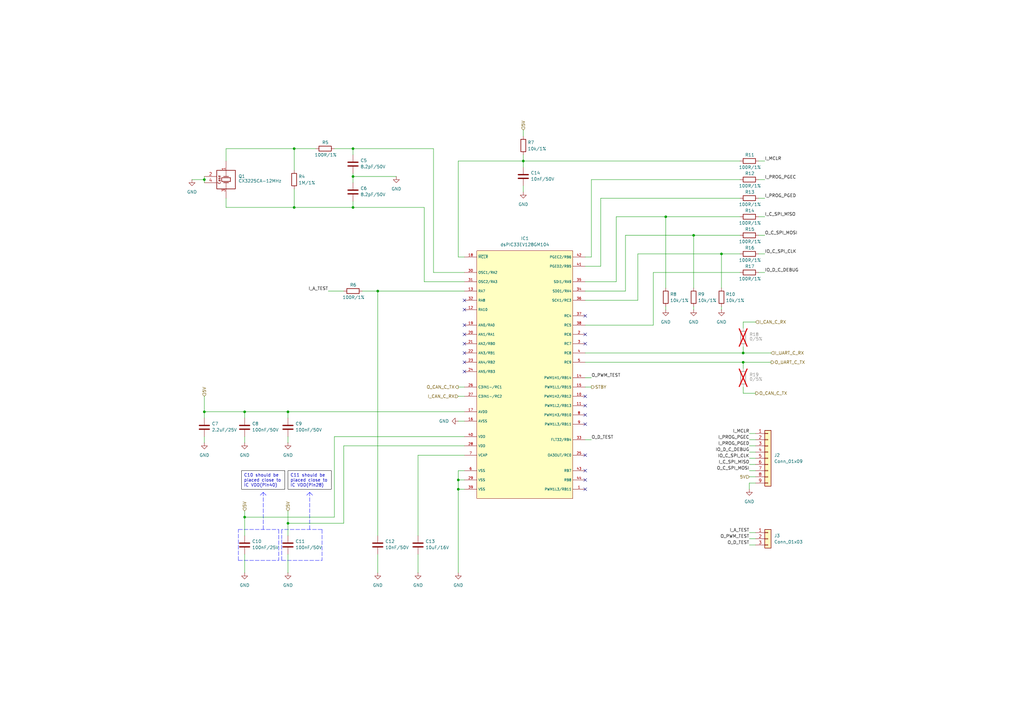
<source format=kicad_sch>
(kicad_sch (version 20231120) (generator "eeschema") (generator_version "8.0")
  (paper "A3")
  (title_block (title "${project_name}") (date "2024-11-20") (rev "v1") (company "${uni_name}") (comment 1 "${course_date}") (comment 2 "${folder_name}"))
  (lib_symbols
    (symbol "Connector_Generic:Conn_01x03" (pin_names (offset 1.016) hide)
      (property "Reference" "J" (at 0 5.08 0))
      (property "Value" "Conn_01x03" (at 0 -5.08 0))
      (symbol "Conn_01x03_1_1"
        (rectangle (start -1.27 -2.413) (end 0 -2.667) (stroke (width 0.1524)))
        (rectangle (start -1.27 0.127) (end 0 -0.127) (stroke (width 0.1524)))
        (rectangle (start -1.27 2.667) (end 0 2.413) (stroke (width 0.1524)))
        (rectangle (start -1.27 3.81) (end 1.27 -3.81) (stroke (width 0.254)) (fill (type background)))
        (pin passive line (at -5.08 2.54 0) (length 3.81) (name "Pin_1") (number "1"))
        (pin passive line (at -5.08 0 0) (length 3.81) (name "Pin_2") (number "2"))
        (pin passive line (at -5.08 -2.54 0) (length 3.81) (name "Pin_3") (number "3"))
      )
    )
    (symbol "Connector_Generic:Conn_01x09" (pin_names (offset 1.016) hide)
      (property "Reference" "J" (at 0 12.7 0))
      (property "Value" "Conn_01x09" (at 0 -12.7 0))
      (symbol "Conn_01x09_1_1"
        (rectangle (start -1.27 -10.033) (end 0 -10.287) (stroke (width 0.1524)))
        (rectangle (start -1.27 -7.493) (end 0 -7.747) (stroke (width 0.1524)))
        (rectangle (start -1.27 -4.953) (end 0 -5.207) (stroke (width 0.1524)))
        (rectangle (start -1.27 -2.413) (end 0 -2.667) (stroke (width 0.1524)))
        (rectangle (start -1.27 0.127) (end 0 -0.127) (stroke (width 0.1524)))
        (rectangle (start -1.27 2.667) (end 0 2.413) (stroke (width 0.1524)))
        (rectangle (start -1.27 5.207) (end 0 4.953) (stroke (width 0.1524)))
        (rectangle (start -1.27 7.747) (end 0 7.493) (stroke (width 0.1524)))
        (rectangle (start -1.27 10.287) (end 0 10.033) (stroke (width 0.1524)))
        (rectangle (start -1.27 11.43) (end 1.27 -11.43) (stroke (width 0.254)) (fill (type background)))
        (pin passive line (at -5.08 10.16 0) (length 3.81) (name "Pin_1") (number "1"))
        (pin passive line (at -5.08 7.62 0) (length 3.81) (name "Pin_2") (number "2"))
        (pin passive line (at -5.08 5.08 0) (length 3.81) (name "Pin_3") (number "3"))
        (pin passive line (at -5.08 2.54 0) (length 3.81) (name "Pin_4") (number "4"))
        (pin passive line (at -5.08 0 0) (length 3.81) (name "Pin_5") (number "5"))
        (pin passive line (at -5.08 -2.54 0) (length 3.81) (name "Pin_6") (number "6"))
        (pin passive line (at -5.08 -5.08 0) (length 3.81) (name "Pin_7") (number "7"))
        (pin passive line (at -5.08 -7.62 0) (length 3.81) (name "Pin_8") (number "8"))
        (pin passive line (at -5.08 -10.16 0) (length 3.81) (name "Pin_9") (number "9"))
      )
    )
    (symbol "Device:C" (pin_numbers hide) (pin_names (offset 0.254))
      (property "Reference" "C" (at 0.635 2.54 0))
      (property "Value" "C" (at 0.635 -2.54 0))
      (symbol "C_0_1"
        (polyline (pts (xy -2.032 -0.762) (xy 2.032 -0.762)) (stroke (width 0.508)))
        (polyline (pts (xy -2.032 0.762) (xy 2.032 0.762)) (stroke (width 0.508)))
      )
      (symbol "C_1_1"
        (pin passive line (at 0 3.81 270) (length 2.794) (name "~") (number "1"))
        (pin passive line (at 0 -3.81 90) (length 2.794) (name "~") (number "2"))
      )
    )
    (symbol "Device:R" (pin_numbers hide) (pin_names (offset 0))
      (property "Reference" "R" (at 2.032 0 90))
      (property "Value" "R" (at 0 0 90))
      (symbol "R_0_1"
        (rectangle (start -1.016 -2.54) (end 1.016 2.54) (stroke (width 0.254)))
      )
      (symbol "R_1_1"
        (pin passive line (at 0 3.81 270) (length 1.27) (name "~") (number "1"))
        (pin passive line (at 0 -3.81 90) (length 1.27) (name "~") (number "2"))
      )
    )
    (symbol "ECU_SW_Control_lib:CX3225CA"
      (property "Reference" "Q" (at 4.826 1.778 0))
      (symbol "CX3225CA_1_0"
        (polyline (pts (xy 1.016 -1.27) (xy -1.016 -1.27)) (stroke (width 0.254)))
        (polyline (pts (xy 1.016 1.27) (xy -1.016 1.27)) (stroke (width 0.254)))
        (polyline (pts (xy 1.778 0.762) (xy 1.778 -0.762)) (stroke (width 0.254)))
        (polyline (pts (xy 1.778 -0.762) (xy -1.778 -0.762) (xy -1.778 0.762) (xy 1.778 0.762)) (stroke (width 0.254)))
        (polyline (pts (xy 3.81 3.81) (xy -3.81 3.81) (xy -3.81 -3.81) (xy 3.81 -3.81) (xy 3.81 3.81)) (stroke (width 0.254)))
        (text "Case" (at -2.794 0 900) (effects (font (size 1.016 1.016))))
        (pin passive line (at 0 7.62 270) (length 6.35) (name "OSC1") (number "1"))
        (pin passive line (at -8.89 1.27 0) (length 5.08) (name "GND") (number "2"))
        (pin passive line (at 0 -7.62 90) (length 6.35) (name "OSC2") (number "3"))
        (pin passive line (at -8.89 -1.27 0) (length 5.08) (name "GND") (number "4"))
      )
    )
    (symbol "ECU_SW_Control_lib:dsPIC33EV128GM104"
      (property "Reference" "IC" (at -19.05 53.34 0))
      (property "Value" "dsPIC33EV128GM104" (at -10.668 -51.308 0))
      (symbol "dsPIC33EV128GM104_1_1"
        (rectangle (start -20.32 52.07) (end 19.05 -49.53) (fill (type background)))
        (pin passive line (at 24.13 -45.72 180) (length 5.08) (name "PWM1L3/RB11") (number "1"))
        (pin passive line (at 24.13 -7.62 180) (length 5.08) (name "PWM1H2/RB12") (number "10"))
        (pin passive line (at 24.13 -11.43 180) (length 5.08) (name "PWM1L2/RB13") (number "11"))
        (pin passive line (at -25.4 27.94 0) (length 5.08) (name "RA10") (number "12"))
        (pin passive line (at -25.4 35.56 0) (length 5.08) (name "RA7") (number "13"))
        (pin passive line (at 24.13 0 180) (length 5.08) (name "PWM1H1/RB14") (number "14"))
        (pin passive line (at 24.13 -3.81 180) (length 5.08) (name "PWM1L1/RB15") (number "15"))
        (pin passive line (at -25.4 -17.78 0) (length 5.08) (name "AVSS") (number "16"))
        (pin passive line (at -25.4 -13.97 0) (length 5.08) (name "AVDD") (number "17"))
        (pin passive line (at -25.4 49.53 0) (length 5.08) (name "~{MCLR}") (number "18"))
        (pin passive line (at -25.4 21.59 0) (length 5.08) (name "AN0/RA0") (number "19"))
        (pin passive line (at 24.13 17.78 180) (length 5.08) (name "RC6") (number "2"))
        (pin passive line (at -25.4 17.78 0) (length 5.08) (name "AN1/RA1") (number "20"))
        (pin passive line (at -25.4 13.97 0) (length 5.08) (name "AN2/RB0") (number "21"))
        (pin passive line (at -25.4 10.16 0) (length 5.08) (name "AN3/RB1") (number "22"))
        (pin passive line (at -25.4 6.35 0) (length 5.08) (name "AN4/RB2") (number "23"))
        (pin passive line (at -25.4 2.54 0) (length 5.08) (name "AN5/RB3") (number "24"))
        (pin passive line (at 24.13 -31.75 180) (length 5.08) (name "OA3OUT/RC0") (number "25"))
        (pin passive line (at -25.4 -3.81 0) (length 5.08) (name "C3IN1-/RC1") (number "26"))
        (pin passive line (at -25.4 -7.62 0) (length 5.08) (name "C3IN1-/RC2") (number "27"))
        (pin passive line (at -25.4 -27.94 0) (length 5.08) (name "VDD") (number "28"))
        (pin passive line (at -25.4 -41.91 0) (length 5.08) (name "VSS") (number "29"))
        (pin passive line (at 24.13 13.97 180) (length 5.08) (name "RC7") (number "3"))
        (pin passive line (at -25.4 43.18 0) (length 5.08) (name "OSC1/RA2") (number "30"))
        (pin passive line (at -25.4 39.37 0) (length 5.08) (name "OSC2/RA3") (number "31"))
        (pin passive line (at -25.4 31.75 0) (length 5.08) (name "RA8") (number "32"))
        (pin passive line (at 24.13 -25.4 180) (length 5.08) (name "FLT32/RB4") (number "33"))
        (pin passive line (at 24.13 35.56 180) (length 5.08) (name "SD01/RA4") (number "34"))
        (pin passive line (at 24.13 39.37 180) (length 5.08) (name "SDI1/RA9") (number "35"))
        (pin passive line (at 24.13 31.75 180) (length 5.08) (name "SCK1/RC3") (number "36"))
        (pin passive line (at 24.13 25.4 180) (length 5.08) (name "RC4") (number "37"))
        (pin passive line (at 24.13 21.59 180) (length 5.08) (name "RC5") (number "38"))
        (pin passive line (at -25.4 -45.72 0) (length 5.08) (name "VSS") (number "39"))
        (pin passive line (at 24.13 10.16 180) (length 5.08) (name "RC8") (number "4"))
        (pin passive line (at -25.4 -24.13 0) (length 5.08) (name "VDD") (number "40"))
        (pin passive line (at 24.13 45.72 180) (length 5.08) (name "PGED2/RB5") (number "41"))
        (pin passive line (at 24.13 49.53 180) (length 5.08) (name "PGEC2/RB6") (number "42"))
        (pin passive line (at 24.13 -38.1 180) (length 5.08) (name "RB7") (number "43"))
        (pin passive line (at 24.13 -41.91 180) (length 5.08) (name "RB8") (number "44"))
        (pin passive line (at 24.13 6.35 180) (length 5.08) (name "RC9") (number "5"))
        (pin passive line (at -25.4 -38.1 0) (length 5.08) (name "VSS") (number "6"))
        (pin passive line (at -25.4 -31.75 0) (length 5.08) (name "VCAP") (number "7"))
        (pin passive line (at 24.13 -15.24 180) (length 5.08) (name "PWM1H3/RB10") (number "8"))
        (pin passive line (at 24.13 -19.05 180) (length 5.08) (name "PWM1L3/RB11") (number "9"))
      )
    )
    (symbol "power:GND" (power) (pin_numbers hide) (pin_names (offset 0) hide)
      (property "Value" "GND" (at 0 -3.81 0))
      (symbol "GND_0_1"
        (polyline (pts (xy 0 0) (xy 0 -1.27) (xy 1.27 -1.27) (xy 0 -2.54) (xy -1.27 -1.27) (xy 0 -1.27)))
      )
      (symbol "GND_1_1"
        (pin power_in line (at 0 0 270) (length 0) (name "~") (number "1"))
      )
    )
  )
  (junction (at 83.82 73.66))
  (junction (at 154.94 119.38))
  (junction (at 295.91 104.14))
  (junction (at 144.78 85.09))
  (junction (at 100.33 168.91))
  (junction (at 187.96 200.66))
  (junction (at 284.48 96.52))
  (junction (at 273.05 88.9))
  (junction (at 144.78 60.96))
  (junction (at 118.11 214.63))
  (junction (at 118.11 168.91))
  (junction (at 304.8 148.59))
  (junction (at 120.65 85.09))
  (junction (at 120.65 60.96))
  (junction (at 187.96 196.85))
  (junction (at 214.63 66.04))
  (junction (at 304.8 144.78))
  (junction (at 144.78 72.39))
  (junction (at 100.33 212.09))
  (junction (at 83.82 168.91))
  (no_connect (at 240.03 140.97))
  (no_connect (at 240.03 137.16))
  (no_connect (at 190.5 123.19))
  (no_connect (at 240.03 186.69))
  (no_connect (at 240.03 162.56))
  (no_connect (at 190.5 140.97))
  (no_connect (at 190.5 133.35))
  (no_connect (at 190.5 144.78))
  (no_connect (at 240.03 196.85))
  (no_connect (at 190.5 127))
  (no_connect (at 240.03 166.37))
  (no_connect (at 190.5 152.4))
  (no_connect (at 190.5 137.16))
  (no_connect (at 240.03 173.99))
  (no_connect (at 240.03 200.66))
  (no_connect (at 240.03 193.04))
  (no_connect (at 240.03 170.18))
  (no_connect (at 240.03 129.54))
  (no_connect (at 190.5 148.59))
  (wire (pts (xy 83.82 168.91) (xy 100.33 168.91)))
  (wire (pts (xy 267.97 111.76) (xy 267.97 133.35)))
  (wire (pts (xy 154.94 119.38) (xy 190.5 119.38)))
  (polyline (pts (xy 97.79 217.17) (xy 114.3 217.17)) (stroke (width 0) (type dash) (color 0 0 255 1)))
  (wire (pts (xy 118.11 168.91) (xy 190.5 168.91)))
  (wire (pts (xy 246.38 109.22) (xy 246.38 81.28)))
  (wire (pts (xy 240.03 109.22) (xy 246.38 109.22)))
  (wire (pts (xy 307.34 218.44) (xy 309.88 218.44)))
  (wire (pts (xy 304.8 148.59) (xy 304.8 151.13)))
  (wire (pts (xy 118.11 214.63) (xy 118.11 219.71)))
  (wire (pts (xy 100.33 212.09) (xy 100.33 219.71)))
  (polyline (pts (xy 97.79 229.87) (xy 97.79 217.17)) (stroke (width 0) (type dash) (color 0 0 255 1)))
  (wire (pts (xy 311.15 104.14) (xy 313.69 104.14)))
  (wire (pts (xy 144.78 85.09) (xy 173.99 85.09)))
  (wire (pts (xy 187.96 172.72) (xy 190.5 172.72)))
  (polyline (pts (xy 107.95 201.93) (xy 106.68 203.2)) (stroke (width 0) (type dash) (color 0 0 255 1)))
  (wire (pts (xy 307.34 177.8) (xy 309.88 177.8)))
  (wire (pts (xy 144.78 72.39) (xy 162.56 72.39)))
  (wire (pts (xy 140.97 182.88) (xy 190.5 182.88)))
  (wire (pts (xy 273.05 88.9) (xy 303.53 88.9)))
  (wire (pts (xy 242.57 105.41) (xy 242.57 73.66)))
  (wire (pts (xy 240.03 148.59) (xy 304.8 148.59)))
  (wire (pts (xy 190.5 111.76) (xy 177.8 111.76)))
  (wire (pts (xy 240.03 154.94) (xy 242.57 154.94)))
  (wire (pts (xy 100.33 227.33) (xy 100.33 234.95)))
  (wire (pts (xy 187.96 200.66) (xy 190.5 200.66)))
  (wire (pts (xy 187.96 66.04) (xy 187.96 105.41)))
  (wire (pts (xy 187.96 158.75) (xy 190.5 158.75)))
  (polyline (pts (xy 127 217.17) (xy 127 201.93)) (stroke (width 0) (type dash) (color 0 0 255 1)))
  (wire (pts (xy 190.5 105.41) (xy 187.96 105.41)))
  (wire (pts (xy 154.94 227.33) (xy 154.94 234.95)))
  (wire (pts (xy 137.16 60.96) (xy 144.78 60.96)))
  (wire (pts (xy 240.03 158.75) (xy 242.57 158.75)))
  (wire (pts (xy 240.03 180.34) (xy 242.57 180.34)))
  (wire (pts (xy 92.71 60.96) (xy 120.65 60.96)))
  (wire (pts (xy 246.38 81.28) (xy 303.53 81.28)))
  (wire (pts (xy 304.8 132.08) (xy 309.88 132.08)))
  (wire (pts (xy 304.8 161.29) (xy 309.88 161.29)))
  (wire (pts (xy 311.15 88.9) (xy 313.69 88.9)))
  (wire (pts (xy 140.97 214.63) (xy 140.97 182.88)))
  (polyline (pts (xy 107.95 217.17) (xy 107.95 201.93)) (stroke (width 0) (type dash) (color 0 0 255 1)))
  (wire (pts (xy 240.03 133.35) (xy 267.97 133.35)))
  (polyline (pts (xy 115.57 229.87) (xy 115.57 220.98)) (stroke (width 0) (type dash) (color 0 0 255 1)))
  (wire (pts (xy 214.63 53.34) (xy 214.63 55.88)))
  (wire (pts (xy 307.34 223.52) (xy 309.88 223.52)))
  (wire (pts (xy 134.62 119.38) (xy 140.97 119.38)))
  (wire (pts (xy 240.03 119.38) (xy 256.54 119.38)))
  (wire (pts (xy 309.88 190.5) (xy 307.34 190.5)))
  (wire (pts (xy 307.34 187.96) (xy 309.88 187.96)))
  (wire (pts (xy 295.91 118.11) (xy 295.91 104.14)))
  (wire (pts (xy 309.88 195.58) (xy 307.34 195.58)))
  (wire (pts (xy 307.34 198.12) (xy 307.34 200.66)))
  (wire (pts (xy 284.48 96.52) (xy 303.53 96.52)))
  (wire (pts (xy 261.62 104.14) (xy 295.91 104.14)))
  (wire (pts (xy 83.82 162.56) (xy 83.82 168.91)))
  (wire (pts (xy 311.15 66.04) (xy 313.69 66.04)))
  (wire (pts (xy 92.71 60.96) (xy 92.71 66.04)))
  (wire (pts (xy 273.05 118.11) (xy 273.05 88.9)))
  (wire (pts (xy 273.05 125.73) (xy 273.05 127)))
  (wire (pts (xy 144.78 60.96) (xy 177.8 60.96)))
  (wire (pts (xy 267.97 111.76) (xy 303.53 111.76)))
  (wire (pts (xy 311.15 73.66) (xy 313.69 73.66)))
  (wire (pts (xy 171.45 219.71) (xy 171.45 186.69)))
  (wire (pts (xy 100.33 212.09) (xy 137.16 212.09)))
  (wire (pts (xy 144.78 60.96) (xy 144.78 63.5)))
  (polyline (pts (xy 127 201.93) (xy 128.27 203.2)) (stroke (width 0) (type dash) (color 0 0 255 1)))
  (wire (pts (xy 173.99 115.57) (xy 190.5 115.57)))
  (wire (pts (xy 240.03 123.19) (xy 261.62 123.19)))
  (polyline (pts (xy 132.08 217.17) (xy 132.08 229.87)) (stroke (width 0) (type dash) (color 0 0 255 1)))
  (wire (pts (xy 304.8 142.24) (xy 304.8 144.78)))
  (polyline (pts (xy 127 201.93) (xy 125.73 203.2)) (stroke (width 0) (type dash) (color 0 0 255 1)))
  (wire (pts (xy 240.03 144.78) (xy 304.8 144.78)))
  (wire (pts (xy 256.54 96.52) (xy 284.48 96.52)))
  (wire (pts (xy 295.91 125.73) (xy 295.91 127)))
  (wire (pts (xy 118.11 214.63) (xy 140.97 214.63)))
  (wire (pts (xy 240.03 115.57) (xy 252.73 115.57)))
  (wire (pts (xy 187.96 196.85) (xy 190.5 196.85)))
  (wire (pts (xy 154.94 219.71) (xy 154.94 119.38)))
  (wire (pts (xy 83.82 171.45) (xy 83.82 168.91)))
  (wire (pts (xy 120.65 60.96) (xy 129.54 60.96)))
  (wire (pts (xy 120.65 85.09) (xy 144.78 85.09)))
  (wire (pts (xy 252.73 88.9) (xy 273.05 88.9)))
  (wire (pts (xy 311.15 81.28) (xy 313.69 81.28)))
  (wire (pts (xy 100.33 179.07) (xy 100.33 181.61)))
  (wire (pts (xy 92.71 85.09) (xy 120.65 85.09)))
  (wire (pts (xy 120.65 77.47) (xy 120.65 85.09)))
  (wire (pts (xy 309.88 193.04) (xy 307.34 193.04)))
  (wire (pts (xy 187.96 196.85) (xy 187.96 193.04)))
  (wire (pts (xy 261.62 104.14) (xy 261.62 123.19)))
  (wire (pts (xy 187.96 200.66) (xy 187.96 234.95)))
  (wire (pts (xy 307.34 180.34) (xy 309.88 180.34)))
  (wire (pts (xy 309.88 220.98) (xy 307.34 220.98)))
  (wire (pts (xy 148.59 119.38) (xy 154.94 119.38)))
  (wire (pts (xy 92.71 81.28) (xy 92.71 85.09)))
  (wire (pts (xy 214.63 63.5) (xy 214.63 66.04)))
  (wire (pts (xy 304.8 144.78) (xy 316.23 144.78)))
  (wire (pts (xy 304.8 148.59) (xy 316.23 148.59)))
  (wire (pts (xy 214.63 66.04) (xy 214.63 68.58)))
  (wire (pts (xy 118.11 227.33) (xy 118.11 234.95)))
  (wire (pts (xy 144.78 71.12) (xy 144.78 72.39)))
  (wire (pts (xy 304.8 158.75) (xy 304.8 161.29)))
  (wire (pts (xy 284.48 125.73) (xy 284.48 127)))
  (wire (pts (xy 187.96 200.66) (xy 187.96 196.85)))
  (wire (pts (xy 304.8 134.62) (xy 304.8 132.08)))
  (wire (pts (xy 252.73 88.9) (xy 252.73 115.57)))
  (wire (pts (xy 284.48 118.11) (xy 284.48 96.52)))
  (wire (pts (xy 295.91 104.14) (xy 303.53 104.14)))
  (wire (pts (xy 118.11 181.61) (xy 118.11 179.07)))
  (wire (pts (xy 311.15 96.52) (xy 313.69 96.52)))
  (wire (pts (xy 177.8 111.76) (xy 177.8 60.96)))
  (wire (pts (xy 214.63 76.2) (xy 214.63 78.74)))
  (wire (pts (xy 83.82 179.07) (xy 83.82 181.61)))
  (wire (pts (xy 311.15 111.76) (xy 313.69 111.76)))
  (wire (pts (xy 214.63 66.04) (xy 187.96 66.04)))
  (wire (pts (xy 187.96 193.04) (xy 190.5 193.04)))
  (wire (pts (xy 100.33 168.91) (xy 118.11 168.91)))
  (wire (pts (xy 242.57 73.66) (xy 303.53 73.66)))
  (wire (pts (xy 118.11 168.91) (xy 118.11 171.45)))
  (wire (pts (xy 214.63 66.04) (xy 303.53 66.04)))
  (wire (pts (xy 100.33 209.55) (xy 100.33 212.09)))
  (wire (pts (xy 187.96 162.56) (xy 190.5 162.56)))
  (wire (pts (xy 83.82 72.39) (xy 83.82 73.66)))
  (wire (pts (xy 100.33 168.91) (xy 100.33 171.45)))
  (wire (pts (xy 118.11 209.55) (xy 118.11 214.63)))
  (polyline (pts (xy 132.08 217.17) (xy 115.57 217.17)) (stroke (width 0) (type dash) (color 0 0 255 1)))
  (polyline (pts (xy 115.57 229.87) (xy 132.08 229.87)) (stroke (width 0) (type dash) (color 0 0 255 1)))
  (wire (pts (xy 144.78 72.39) (xy 144.78 74.93)))
  (polyline (pts (xy 114.3 217.17) (xy 114.3 229.87)) (stroke (width 0) (type dash) (color 0 0 255 1)))
  (polyline (pts (xy 107.95 201.93) (xy 109.22 203.2)) (stroke (width 0) (type dash) (color 0 0 255 1)))
  (wire (pts (xy 120.65 60.96) (xy 120.65 69.85)))
  (wire (pts (xy 240.03 105.41) (xy 242.57 105.41)))
  (wire (pts (xy 309.88 185.42) (xy 307.34 185.42)))
  (wire (pts (xy 137.16 179.07) (xy 190.5 179.07)))
  (polyline (pts (xy 97.79 229.87) (xy 114.3 229.87)) (stroke (width 0) (type dash) (color 0 0 255 1)))
  (wire (pts (xy 78.74 73.66) (xy 83.82 73.66)))
  (wire (pts (xy 307.34 198.12) (xy 309.88 198.12)))
  (wire (pts (xy 307.34 182.88) (xy 309.88 182.88)))
  (wire (pts (xy 144.78 82.55) (xy 144.78 85.09)))
  (wire (pts (xy 83.82 73.66) (xy 83.82 74.93)))
  (wire (pts (xy 137.16 179.07) (xy 137.16 212.09)))
  (polyline (pts (xy 115.57 217.17) (xy 115.57 220.98)) (stroke (width 0) (type dash) (color 0 0 255 1)))
  (wire (pts (xy 171.45 227.33) (xy 171.45 234.95)))
  (wire (pts (xy 256.54 96.52) (xy 256.54 119.38)))
  (wire (pts (xy 173.99 85.09) (xy 173.99 115.57)))
  (wire (pts (xy 171.45 186.69) (xy 190.5 186.69)))
  (text_box "C11 should be placed close to IC VDD(Pin28)" (at 118.11 193.04 0) (size 17.78 7.62) (stroke (width 0) (color 0 0 0 1)) (fill (type color) (color 255 255 255 1)) (effects (font (size 1.27 1.27)) (justify left)))
  (text_box "C10 should be placed close to IC VDD(Pin40)" (at 99.06 193.04 0) (size 17.78 7.62) (stroke (width 0) (color 0 0 0 1)) (fill (type color) (color 255 255 255 1)) (effects (font (size 1.27 1.27)) (justify left)))
  (label "I_PROG_PGEC" (at 307.34 180.34 180))
  (label "I_MCLR" (at 307.34 177.8 180))
  (label "I_C_SPI_MiSO" (at 313.69 88.9 0))
  (label "O_D_TEST" (at 242.57 180.34 0))
  (label "I_PROG_PGEC" (at 313.69 73.66 0))
  (label "I_C_SPI_MiSO" (at 307.34 190.5 180))
  (label "O_C_SPI_MOSI" (at 313.69 96.52 0))
  (label "IO_C_SPI_CLK" (at 313.69 104.14 0))
  (label "I_MCLR" (at 313.69 66.04 0))
  (label "I_PROG_PGED" (at 313.69 81.28 0))
  (label "O_D_TEST" (at 307.34 223.52 180))
  (label "I_A_TEST" (at 307.34 218.44 180))
  (label "IO_C_SPI_CLK" (at 307.34 187.96 180))
  (label "O_C_SPI_MOSI" (at 307.34 193.04 180))
  (label "O_PWM_TEST" (at 242.57 154.94 0))
  (label "I_A_TEST" (at 134.62 119.38 180))
  (label "I_PROG_PGED" (at 307.34 182.88 180))
  (label "IO_D_C_DEBUG" (at 307.34 185.42 180))
  (label "IO_D_C_DEBUG" (at 313.69 111.76 0))
  (label "O_PWM_TEST" (at 307.34 220.98 180))
  (hierarchical_label "5V" (shape input) (at 83.82 162.56 90))
  (hierarchical_label "O_CAN_C_TX" (shape output) (at 187.96 158.75 180))
  (hierarchical_label "STBY" (shape output) (at 242.57 158.75 0))
  (hierarchical_label "I_CAN_C_RX" (shape input) (at 187.96 162.56 180))
  (hierarchical_label "5V" (shape input) (at 307.34 195.58 180))
  (hierarchical_label "I_UART_C_RX" (shape input) (at 316.23 144.78 0))
  (hierarchical_label "I_CAN_C_RX" (shape input) (at 309.88 132.08 0))
  (hierarchical_label "5V" (shape input) (at 100.33 209.55 90))
  (hierarchical_label "O_CAN_C_TX" (shape output) (at 309.88 161.29 0))
  (hierarchical_label "5V" (shape input) (at 118.11 209.55 90))
  (hierarchical_label "O_UART_C_TX" (shape output) (at 316.23 148.59 0))
  (hierarchical_label "5V" (shape input) (at 214.63 53.34 90))
  (symbol (lib_id "power:GND") (at 273.05 127 0) (unit 1)
    (property "Reference" "#PWR023" (effects (hide yes)))
    (property "Value" "GND" (at 273.05 132.08 0))
    (property "Description" "Power symbol creates a global label with name \"GND\" , ground" (effects (hide yes)))
  )
  (symbol (lib_id "power:GND") (at 187.96 234.95 0) (unit 1)
    (property "Reference" "#PWR020" (effects (hide yes)))
    (property "Value" "GND" (at 187.96 240.03 0))
    (property "Description" "Power symbol creates a global label with name \"GND\" , ground" (effects (hide yes)))
  )
  (symbol (lib_id "Device:R") (at 307.34 96.52 90) (unit 1)
    (property "Reference" "R15" (at 305.562 94.742 90) (effects (justify right top)))
    (property "Value" "${Part_Value}/${Tolerance}" (at 303.022 99.822 90) (effects (justify right top)))
    (property "Footprint" "Resistor_SMD:R_0603_1608Metric_Pad0.98x0.95mm_HandSolder" (effects (hide yes)))
    (property "Description" "Resistor" (effects (hide yes)))
    (property "Part_Value" "100R" (effects (hide yes)))
    (property "Tolerance" "1%" (effects (hide yes)))
    (property "Manufacturer_Name" "PANASONIC" (effects (hide yes)))
    (property "Ordering_Code" "ERJ-3EKF1000V" (effects (hide yes)))
    (property "Ordering_Link" "https://www.digikey.com/en/products/detail/panasonic-electronic-components/ERJ-3EKF1000V/196074?s=N4IgTCBcDaIKICUBSBaAzHA0gMQIwAZCA1EAXQF8g" (effects (hide yes)))
  )
  (symbol (lib_id "Device:C") (at 118.11 223.52 0) (unit 1)
    (property "Reference" "C11" (at 121.158 222.758 0) (effects (justify left bottom)))
    (property "Value" "${Part_Value}/${Voltage}" (at 121.158 225.298 0) (effects (justify left bottom)))
    (property "Footprint" "Capacitor_SMD:C_0603_1608Metric_Pad1.08x0.95mm_HandSolder" (effects (hide yes)))
    (property "Description" "Unpolarized capacitor" (effects (hide yes)))
    (property "Part_Value" "100nF" (effects (hide yes)))
    (property "Voltage" "50V" (effects (hide yes)))
    (property "Manufacturer_Name" "SAMSUNG" (effects (hide yes)))
    (property "Ordering_Code" "CL10B104KB8WPNC" (effects (hide yes)))
    (property "Ordering_Link" "https://www.digikey.com/en/products/detail/samsung-electro-mechanics/CL10B104KB8WPNC/5961338?s=N4IgTCBcDaIMIBkCMAGAQqgLAaTQDgHUAFAOThAF0BfIA" (effects (hide yes)))
  )
  (symbol (lib_id "power:GND") (at 187.96 172.72 270) (unit 1)
    (property "Reference" "#PWR019" (effects (hide yes)))
    (property "Value" "GND" (at 184.15 172.7199 90) (effects (justify right)))
    (property "Description" "Power symbol creates a global label with name \"GND\" , ground" (effects (hide yes)))
  )
  (symbol (lib_id "Connector_Generic:Conn_01x09") (at 314.96 187.96 0) (unit 1)
    (property "Reference" "J2" (at 317.5 186.6899 0) (effects (justify left)))
    (property "Value" "Conn_01x09" (at 317.5 189.2299 0) (effects (justify left)))
    (property "Footprint" "Connector_PinHeader_2.54mm:PinHeader_1x09_P2.54mm_Vertical" (effects (hide yes)))
    (property "Description" "Generic connector, single row, 01x09, script generated (kicad-library-utils/schlib/autogen/connector/)" (effects (hide yes)))
    (property "Manufacturer_Name" "CONNFLY" (effects (hide yes)))
    (property "Ordering_Code" "DS1023-1X9S21" (effects (hide yes)))
    (property "Ordering_Link" "https://ozdisan.com/Product/Detail/421997/DS1023-1X9S21" (effects (hide yes)))
  )
  (symbol (lib_id "power:GND") (at 171.45 234.95 0) (unit 1)
    (property "Reference" "#PWR018" (effects (hide yes)))
    (property "Value" "GND" (at 171.45 240.03 0))
    (property "Description" "Power symbol creates a global label with name \"GND\" , ground" (effects (hide yes)))
  )
  (symbol (lib_id "Device:R") (at 304.8 138.43 0) (unit 1) (dnp yes)
    (property "Reference" "R18" (at 307.34 137.1599 0) (effects (justify left)))
    (property "Value" "${Part_Value}/${Tolerance}" (at 307.34 139.6999 0) (effects (justify left bottom)))
    (property "Footprint" "Resistor_SMD:R_0603_1608Metric_Pad0.98x0.95mm_HandSolder" (effects (hide yes)))
    (property "Description" "Resistor" (effects (hide yes)))
    (property "Part_Value" "0" (effects (hide yes)))
    (property "Tolerance" "5%" (effects (hide yes)))
    (property "Manufacturer_Name" "ROYALOHM" (effects (hide yes)))
    (property "Ordering_Code" "0603SAJ0000TDE" (effects (hide yes)))
    (property "Ordering_Link" "https://ozdisan.com/pasif-komponentler/direncler/smt-smd-ve-cip-direncler/0603SAJ0000TDE/602709" (effects (hide yes)))
  )
  (symbol (lib_id "power:GND") (at 214.63 78.74 0) (unit 1)
    (property "Reference" "#PWR022" (effects (hide yes)))
    (property "Value" "GND" (at 214.63 83.82 0))
    (property "Description" "Power symbol creates a global label with name \"GND\" , ground" (effects (hide yes)))
  )
  (symbol (lib_id "power:GND") (at 284.48 127 0) (unit 1)
    (property "Reference" "#PWR024" (effects (hide yes)))
    (property "Value" "GND" (at 284.48 132.08 0))
    (property "Description" "Power symbol creates a global label with name \"GND\" , ground" (effects (hide yes)))
  )
  (symbol (lib_id "power:GND") (at 307.34 200.66 0) (unit 1)
    (property "Reference" "#PWR07" (effects (hide yes)))
    (property "Value" "GND" (at 307.34 205.74 0))
    (property "Description" "Power symbol creates a global label with name \"GND\" , ground" (effects (hide yes)))
  )
  (symbol (lib_id "Connector_Generic:Conn_01x03") (at 314.96 220.98 0) (unit 1)
    (property "Reference" "J3" (at 317.5 219.7099 0) (effects (justify left)))
    (property "Value" "Conn_01x03" (at 317.5 222.2499 0) (effects (justify left)))
    (property "Footprint" "Connector_PinHeader_2.54mm:PinHeader_1x03_P2.54mm_Vertical" (effects (hide yes)))
    (property "Description" "Generic connector, single row, 01x03, script generated (kicad-library-utils/schlib/autogen/connector/)" (effects (hide yes)))
    (property "Manufacturer_Name" "CONNFLY" (effects (hide yes)))
    (property "Ordering_Code" "DS1023-1X3SF11" (effects (hide yes)))
    (property "Ordering_Link" "https://ozdisan.com/Product/Detail/454405/DS1023-1X3SF11" (effects (hide yes)))
  )
  (symbol (lib_id "Device:R") (at 307.34 73.66 90) (unit 1)
    (property "Reference" "R12" (at 305.562 71.882 90) (effects (justify right top)))
    (property "Value" "${Part_Value}/${Tolerance}" (at 303.022 76.962 90) (effects (justify right top)))
    (property "Footprint" "Resistor_SMD:R_0603_1608Metric_Pad0.98x0.95mm_HandSolder" (effects (hide yes)))
    (property "Description" "Resistor" (effects (hide yes)))
    (property "Part_Value" "100R" (effects (hide yes)))
    (property "Tolerance" "1%" (effects (hide yes)))
    (property "Manufacturer_Name" "PANASONIC" (effects (hide yes)))
    (property "Ordering_Code" "ERJ-3EKF1000V" (effects (hide yes)))
    (property "Ordering_Link" "https://www.digikey.com/en/products/detail/panasonic-electronic-components/ERJ-3EKF1000V/196074?s=N4IgTCBcDaIKICUBSBaAzHA0gMQIwAZCA1EAXQF8g" (effects (hide yes)))
  )
  (symbol (lib_id "Device:R") (at 144.78 119.38 90) (unit 1)
    (property "Reference" "R6" (at 143.51 117.602 90) (effects (justify right top)))
    (property "Value" "${Part_Value}/${Tolerance}" (at 140.462 122.682 90) (effects (justify right top)))
    (property "Footprint" "Resistor_SMD:R_0603_1608Metric_Pad0.98x0.95mm_HandSolder" (effects (hide yes)))
    (property "Description" "Resistor" (effects (hide yes)))
    (property "Part_Value" "100R" (effects (hide yes)))
    (property "Tolerance" "1%" (effects (hide yes)))
    (property "Manufacturer_Name" "PANASONIC" (effects (hide yes)))
    (property "Ordering_Code" "ERJ-3EKF1000V" (effects (hide yes)))
    (property "Ordering_Link" "https://www.digikey.com/en/products/detail/panasonic-electronic-components/ERJ-3EKF1000V/196074?s=N4IgTCBcDaIKICUBSBaAzHA0gMQIwAZCA1EAXQF8g" (effects (hide yes)))
  )
  (symbol (lib_id "power:GND") (at 295.91 127 0) (unit 1)
    (property "Reference" "#PWR025" (effects (hide yes)))
    (property "Value" "GND" (at 295.91 132.08 0))
    (property "Description" "Power symbol creates a global label with name \"GND\" , ground" (effects (hide yes)))
  )
  (symbol (lib_id "power:GND") (at 100.33 234.95 0) (unit 1)
    (property "Reference" "#PWR010" (effects (hide yes)))
    (property "Value" "GND" (at 100.33 240.03 0))
    (property "Description" "Power symbol creates a global label with name \"GND\" , ground" (effects (hide yes)))
  )
  (symbol (lib_id "Device:R") (at 307.34 104.14 90) (unit 1)
    (property "Reference" "R16" (at 305.562 102.362 90) (effects (justify right top)))
    (property "Value" "${Part_Value}/${Tolerance}" (at 303.022 107.442 90) (effects (justify right top)))
    (property "Footprint" "Resistor_SMD:R_0603_1608Metric_Pad0.98x0.95mm_HandSolder" (effects (hide yes)))
    (property "Description" "Resistor" (effects (hide yes)))
    (property "Part_Value" "100R" (effects (hide yes)))
    (property "Tolerance" "1%" (effects (hide yes)))
    (property "Manufacturer_Name" "PANASONIC" (effects (hide yes)))
    (property "Ordering_Code" "ERJ-3EKF1000V" (effects (hide yes)))
    (property "Ordering_Link" "https://www.digikey.com/en/products/detail/panasonic-electronic-components/ERJ-3EKF1000V/196074?s=N4IgTCBcDaIKICUBSBaAzHA0gMQIwAZCA1EAXQF8g" (effects (hide yes)))
  )
  (symbol (lib_id "ECU_SW_Control_lib:dsPIC33EV128GM104") (at 215.9 154.94 0) (unit 1)
    (property "Reference" "IC1" (at 215.265 97.79 0))
    (property "Value" "dsPIC33EV128GM104" (at 215.265 100.33 0))
    (property "Footprint" "Package_QFP:TQFP-44_10x10mm_P0.8mm" (effects (hide yes)))
    (property "Datasheet" "https://ww1.microchip.com/downloads/aemDocuments/documents/OTH/ProductDocuments/DataSheets/dsPIC33EVXXXGM00X-10X-Family-Data-Sheet-DS70005144H.pdf" (effects (hide yes)))
    (property "Description" "16-Bit, 5V Digital Signal Controllers with PWM, SENT, Op Amps and Advanced Analog Features" (effects (hide yes)))
    (property "Manufacturer_Name" "MICROCHIP" (effects (hide yes)))
    (property "Ordering_Code" "dsPIC33EV128GM104" (effects (hide yes)))
    (property "Ordering_Link" "https://www.microchip.com/en-us/product/dspic33ev128gm104" (effects (hide yes)))
  )
  (symbol (lib_id "Device:C") (at 83.82 175.26 0) (unit 1)
    (property "Reference" "C7" (at 86.868 174.498 0) (effects (justify left bottom)))
    (property "Value" "${Part_Value}/${Voltage}" (at 86.868 177.038 0) (effects (justify left bottom)))
    (property "Footprint" "Capacitor_SMD:C_0603_1608Metric_Pad1.08x0.95mm_HandSolder" (effects (hide yes)))
    (property "Description" "Unpolarized capacitor" (effects (hide yes)))
    (property "Part_Value" "2.2uF" (effects (hide yes)))
    (property "Voltage" "25V" (effects (hide yes)))
    (property "Manufacturer_Name" "MURATA" (effects (hide yes)))
    (property "Ordering_Code" "GRT188C71E225KE13D" (effects (hide yes)))
    (property "Ordering_Link" "https://www.digikey.com/en/products/detail/murata-electronics/GRT188C71E225KE13D/16033473?s=N4IgTCBcDaIOICUAqBGAHGgwgdhQUTDAFYBpPFAZgBEQBdAXyA" (effects (hide yes)))
  )
  (symbol (lib_id "Device:C") (at 144.78 67.31 0) (unit 1)
    (property "Reference" "C5" (at 147.828 66.548 0) (effects (justify left bottom)))
    (property "Value" "${Part_Value}/${Voltage}" (at 147.828 69.088 0) (effects (justify left bottom)))
    (property "Footprint" "Capacitor_SMD:C_0603_1608Metric_Pad1.08x0.95mm_HandSolder" (effects (hide yes)))
    (property "Description" "Unpolarized capacitor" (effects (hide yes)))
    (property "Part_Value" "8.2pF" (effects (hide yes)))
    (property "Voltage" "50V" (effects (hide yes)))
    (property "Manufacturer_Name" "SAMSUNG" (effects (hide yes)))
    (property "Ordering_Code" "CL10C8R2CB81PNC" (effects (hide yes)))
    (property "Ordering_Link" "https://www.digikey.com/en/products/detail/samsung-electro-mechanics/CL10C8R2CB81PNC/5961050?s=N4IgTCBcDaIMIBkCMAGOAOASmOAhdSACgHJwgC6AvkA" (effects (hide yes)))
  )
  (symbol (lib_id "Device:C") (at 171.45 223.52 0) (unit 1)
    (property "Reference" "C13" (at 174.498 222.758 0) (effects (justify left bottom)))
    (property "Value" "${Part_Value}/${Voltage}" (at 174.498 225.298 0) (effects (justify left bottom)))
    (property "Footprint" "Capacitor_SMD:C_0603_1608Metric_Pad1.08x0.95mm_HandSolder" (effects (hide yes)))
    (property "Description" "Unpolarized capacitor" (effects (hide yes)))
    (property "Part_Value" "10uF" (effects (hide yes)))
    (property "Voltage" "16V" (effects (hide yes)))
    (property "Manufacturer_Name" "MURATA" (effects (hide yes)))
    (property "Ordering_Code" "GRT188R61C106ME13D" (effects (hide yes)))
    (property "Ordering_Link" "https://www.digikey.com/en/products/detail/murata-electronics/GRT188R61C106ME13D/5416740?s=N4IgTCBcDaIOICUAqBGAHGhA2FBhFADFgLICiKAzACIgC6AvkA" (effects (hide yes)))
  )
  (symbol (lib_id "Device:R") (at 307.34 81.28 90) (unit 1)
    (property "Reference" "R13" (at 305.562 79.502 90) (effects (justify right top)))
    (property "Value" "${Part_Value}/${Tolerance}" (at 303.022 84.582 90) (effects (justify right top)))
    (property "Footprint" "Resistor_SMD:R_0603_1608Metric_Pad0.98x0.95mm_HandSolder" (effects (hide yes)))
    (property "Description" "Resistor" (effects (hide yes)))
    (property "Part_Value" "100R" (effects (hide yes)))
    (property "Tolerance" "1%" (effects (hide yes)))
    (property "Manufacturer_Name" "PANASONIC" (effects (hide yes)))
    (property "Ordering_Code" "ERJ-3EKF1000V" (effects (hide yes)))
    (property "Ordering_Link" "https://www.digikey.com/en/products/detail/panasonic-electronic-components/ERJ-3EKF1000V/196074?s=N4IgTCBcDaIKICUBSBaAzHA0gMQIwAZCA1EAXQF8g" (effects (hide yes)))
  )
  (symbol (lib_id "Device:C") (at 100.33 223.52 0) (unit 1)
    (property "Reference" "C10" (at 103.378 222.758 0) (effects (justify left bottom)))
    (property "Value" "${Part_Value}/${Voltage}" (at 103.378 225.298 0) (effects (justify left bottom)))
    (property "Footprint" "Capacitor_SMD:C_0603_1608Metric_Pad1.08x0.95mm_HandSolder" (effects (hide yes)))
    (property "Description" "Unpolarized capacitor" (effects (hide yes)))
    (property "Part_Value" "100nF" (effects (hide yes)))
    (property "Voltage" "25V" (effects (hide yes)))
    (property "Manufacturer_Name" "TDK" (effects (hide yes)))
    (property "Ordering_Code" "CGA3E2X7R1E104K080AA" (effects (hide yes)))
    (property "Ordering_Link" "https://www.digikey.com/en/products/detail/tdk-corporation/CGA3E2X7R1E104K080AA/2443145?s=N4IgTCBcDaIMIHECCBmAomAGgdgEoEY18AGAFgGliAOYpJEAXQF8g" (effects (hide yes)))
  )
  (symbol (lib_id "Device:C") (at 100.33 175.26 0) (unit 1)
    (property "Reference" "C8" (at 103.378 174.498 0) (effects (justify left bottom)))
    (property "Value" "${Part_Value}/${Voltage}" (at 103.378 177.038 0) (effects (justify left bottom)))
    (property "Footprint" "Capacitor_SMD:C_0603_1608Metric_Pad1.08x0.95mm_HandSolder" (effects (hide yes)))
    (property "Description" "Unpolarized capacitor" (effects (hide yes)))
    (property "Part_Value" "100nF" (effects (hide yes)))
    (property "Voltage" "50V" (effects (hide yes)))
    (property "Manufacturer_Name" "SAMSUNG" (effects (hide yes)))
    (property "Ordering_Code" "CL10B104KB8WPNC" (effects (hide yes)))
    (property "Ordering_Link" "https://www.digikey.com/en/products/detail/samsung-electro-mechanics/CL10B104KB8WPNC/5961338?s=N4IgTCBcDaIMIBkCMAGAQqgLAaTQDgHUAFAOThAF0BfIA" (effects (hide yes)))
  )
  (symbol (lib_id "Device:C") (at 118.11 175.26 0) (unit 1)
    (property "Reference" "C9" (at 121.158 174.498 0) (effects (justify left bottom)))
    (property "Value" "${Part_Value}/${Voltage}" (at 121.158 177.038 0) (effects (justify left bottom)))
    (property "Footprint" "Capacitor_SMD:C_0603_1608Metric_Pad1.08x0.95mm_HandSolder" (effects (hide yes)))
    (property "Description" "Unpolarized capacitor" (effects (hide yes)))
    (property "Part_Value" "100nF" (effects (hide yes)))
    (property "Voltage" "50V" (effects (hide yes)))
    (property "Manufacturer_Name" "SAMSUNG" (effects (hide yes)))
    (property "Ordering_Code" "CL10B104KB8WPNC" (effects (hide yes)))
    (property "Ordering_Link" "https://www.digikey.com/en/products/detail/samsung-electro-mechanics/CL10B104KB8WPNC/5961338?s=N4IgTCBcDaIMIBkCMAGAQqgLAaTQDgHUAFAOThAF0BfIA" (effects (hide yes)))
  )
  (symbol (lib_id "power:GND") (at 100.33 181.61 0) (unit 1)
    (property "Reference" "#PWR011" (effects (hide yes)))
    (property "Value" "GND" (at 100.33 186.69 0))
    (property "Description" "Power symbol creates a global label with name \"GND\" , ground" (effects (hide yes)))
  )
  (symbol (lib_id "power:GND") (at 78.74 73.66 0) (unit 1)
    (property "Reference" "#PWR015" (effects (hide yes)))
    (property "Value" "GND" (at 78.74 78.74 0))
    (property "Description" "Power symbol creates a global label with name \"GND\" , ground" (effects (hide yes)))
  )
  (symbol (lib_id "Device:R") (at 133.35 60.96 90) (unit 1)
    (property "Reference" "R5" (at 132.08 59.182 90) (effects (justify right top)))
    (property "Value" "${Part_Value}/${Tolerance}" (at 129.032 64.262 90) (effects (justify right top)))
    (property "Footprint" "Resistor_SMD:R_0603_1608Metric_Pad0.98x0.95mm_HandSolder" (effects (hide yes)))
    (property "Description" "Resistor" (effects (hide yes)))
    (property "Part_Value" "100R" (effects (hide yes)))
    (property "Tolerance" "1%" (effects (hide yes)))
    (property "Manufacturer_Name" "PANASONIC" (effects (hide yes)))
    (property "Ordering_Code" "ERJ-3EKF1000V" (effects (hide yes)))
    (property "Ordering_Link" "https://www.digikey.com/en/products/detail/panasonic-electronic-components/ERJ-3EKF1000V/196074?s=N4IgTCBcDaIKICUBSBaAzHA0gMQIwAZCA1EAXQF8g" (effects (hide yes)))
  )
  (symbol (lib_id "Device:C") (at 144.78 78.74 0) (unit 1)
    (property "Reference" "C6" (at 147.828 77.978 0) (effects (justify left bottom)))
    (property "Value" "${Part_Value}/${Voltage}" (at 147.828 80.518 0) (effects (justify left bottom)))
    (property "Footprint" "Capacitor_SMD:C_0603_1608Metric_Pad1.08x0.95mm_HandSolder" (effects (hide yes)))
    (property "Description" "Unpolarized capacitor" (effects (hide yes)))
    (property "Part_Value" "8.2pF" (effects (hide yes)))
    (property "Voltage" "50V" (effects (hide yes)))
    (property "Manufacturer_Name" "SAMSUNG" (effects (hide yes)))
    (property "Ordering_Code" "CL10C8R2CB81PNC" (effects (hide yes)))
    (property "Ordering_Link" "https://www.digikey.com/en/products/detail/samsung-electro-mechanics/CL10C8R2CB81PNC/5961050?s=N4IgTCBcDaIMIBkCMAGOAOASmOAhdSACgHJwgC6AvkA" (effects (hide yes)))
  )
  (symbol (lib_id "Device:R") (at 295.91 121.92 180) (unit 1)
    (property "Reference" "R10" (at 297.688 121.412 0) (effects (justify right top)))
    (property "Value" "${Part_Value}/${Tolerance}" (at 297.688 123.952 0) (effects (justify right top)))
    (property "Footprint" "Resistor_SMD:R_0603_1608Metric_Pad0.98x0.95mm_HandSolder" (effects (hide yes)))
    (property "Description" "Resistor" (effects (hide yes)))
    (property "Part_Value" "10k" (effects (hide yes)))
    (property "Tolerance" "1%" (effects (hide yes)))
    (property "Manufacturer_Name" "PANASONIC" (effects (hide yes)))
    (property "Ordering_Code" "ERJ-3EKF1002V" (effects (hide yes)))
    (property "Ordering_Link" "https://www.digikey.com/en/products/detail/panasonic-electronic-components/ERJ-3EKF1002V/196066?s=N4IgTCBcDaIKICUBSBaAzHA0gMQIwAZ8wA1EAXQF8g" (effects (hide yes)))
  )
  (symbol (lib_id "Device:R") (at 304.8 154.94 0) (unit 1) (dnp yes)
    (property "Reference" "R19" (at 307.34 153.6699 0) (effects (justify left)))
    (property "Value" "${Part_Value}/${Tolerance}" (at 307.34 156.2099 0) (effects (justify left bottom)))
    (property "Footprint" "Resistor_SMD:R_0603_1608Metric_Pad0.98x0.95mm_HandSolder" (effects (hide yes)))
    (property "Description" "Resistor" (effects (hide yes)))
    (property "Part_Value" "0" (effects (hide yes)))
    (property "Tolerance" "5%" (effects (hide yes)))
    (property "Manufacturer_Name" "ROYALOHM" (effects (hide yes)))
    (property "Ordering_Code" "0603SAJ0000TDE" (effects (hide yes)))
    (property "Ordering_Link" "https://ozdisan.com/pasif-komponentler/direncler/smt-smd-ve-cip-direncler/0603SAJ0000TDE/602709" (effects (hide yes)))
  )
  (symbol (lib_id "ECU_SW_Control_lib:CX3225CA") (at 92.71 73.66 0) (unit 1)
    (property "Reference" "Q1" (at 97.79 73.0249 0) (effects (justify left bottom)))
    (property "Value" "CX3225CA-12MHz" (at 97.79 74.93 0) (effects (justify left bottom)))
    (property "Footprint" "ECU_SW_Control_lib:CX3225SB40000D0FLJCC" (effects (hide yes)))
    (property "Datasheet" "https://datasheet.octopart.com/CX3225CA12000D0KPSC1-KYOCERA-AVX-datasheet-180538924.pdf" (effects (hide yes)))
    (property "Description" "12MHz SMD crystal unit for Automotive, ±30ppm, 8pF" (effects (hide yes)))
    (property "Manufacturer_Name" "KYOCERA AVX" (effects (hide yes)))
    (property "Ordering_Code" "CX3225CA12000D0KPSC1" (effects (hide yes)))
    (property "Ordering_Link" "https://www.digikey.com/en/products/detail/kyocera-avx/CX3225CA12000D0KPSC1/9446015" (effects (hide yes)))
  )
  (symbol (lib_id "power:GND") (at 162.56 72.39 0) (unit 1)
    (property "Reference" "#PWR017" (effects (hide yes)))
    (property "Value" "GND" (at 162.56 77.47 0))
    (property "Description" "Power symbol creates a global label with name \"GND\" , ground" (effects (hide yes)))
  )
  (symbol (lib_id "Device:R") (at 307.34 111.76 90) (unit 1)
    (property "Reference" "R17" (at 305.562 109.982 90) (effects (justify right top)))
    (property "Value" "${Part_Value}/${Tolerance}" (at 303.022 115.062 90) (effects (justify right top)))
    (property "Footprint" "Resistor_SMD:R_0603_1608Metric_Pad0.98x0.95mm_HandSolder" (effects (hide yes)))
    (property "Description" "Resistor" (effects (hide yes)))
    (property "Part_Value" "100R" (effects (hide yes)))
    (property "Tolerance" "1%" (effects (hide yes)))
    (property "Manufacturer_Name" "PANASONIC" (effects (hide yes)))
    (property "Ordering_Code" "ERJ-3EKF1000V" (effects (hide yes)))
    (property "Ordering_Link" "https://www.digikey.com/en/products/detail/panasonic-electronic-components/ERJ-3EKF1000V/196074?s=N4IgTCBcDaIKICUBSBaAzHA0gMQIwAZCA1EAXQF8g" (effects (hide yes)))
  )
  (symbol (lib_id "Device:R") (at 307.34 88.9 90) (unit 1)
    (property "Reference" "R14" (at 305.562 87.122 90) (effects (justify right top)))
    (property "Value" "${Part_Value}/${Tolerance}" (at 303.022 92.202 90) (effects (justify right top)))
    (property "Footprint" "Resistor_SMD:R_0603_1608Metric_Pad0.98x0.95mm_HandSolder" (effects (hide yes)))
    (property "Description" "Resistor" (effects (hide yes)))
    (property "Part_Value" "100R" (effects (hide yes)))
    (property "Tolerance" "1%" (effects (hide yes)))
    (property "Manufacturer_Name" "PANASONIC" (effects (hide yes)))
    (property "Ordering_Code" "ERJ-3EKF1000V" (effects (hide yes)))
    (property "Ordering_Link" "https://www.digikey.com/en/products/detail/panasonic-electronic-components/ERJ-3EKF1000V/196074?s=N4IgTCBcDaIKICUBSBaAzHA0gMQIwAZCA1EAXQF8g" (effects (hide yes)))
  )
  (symbol (lib_id "Device:C") (at 154.94 223.52 0) (unit 1)
    (property "Reference" "C12" (at 157.988 222.758 0) (effects (justify left bottom)))
    (property "Value" "${Part_Value}/${Voltage}" (at 157.988 225.298 0) (effects (justify left bottom)))
    (property "Footprint" "Capacitor_SMD:C_0603_1608Metric_Pad1.08x0.95mm_HandSolder" (effects (hide yes)))
    (property "Description" "Unpolarized capacitor" (effects (hide yes)))
    (property "Part_Value" "10nF" (effects (hide yes)))
    (property "Voltage" "50V" (effects (hide yes)))
    (property "Manufacturer_Name" "MURATA" (effects (hide yes)))
    (property "Ordering_Code" "GCM188R71H103KA37D" (effects (hide yes)))
    (property "Ordering_Link" "https://www.digikey.com/en/products/detail/murata-electronics/GCM188R71H103KA37D/1641652?s=N4IgTCBcDaIOIGECyBGAHGgSgdhQCRQAYBmAaQEFjsAREAXQF8g" (effects (hide yes)))
  )
  (symbol (lib_id "Device:R") (at 214.63 59.69 180) (unit 1)
    (property "Reference" "R7" (at 216.408 59.182 0) (effects (justify right top)))
    (property "Value" "${Part_Value}/${Tolerance}" (at 216.408 61.722 0) (effects (justify right top)))
    (property "Footprint" "Resistor_SMD:R_0603_1608Metric_Pad0.98x0.95mm_HandSolder" (effects (hide yes)))
    (property "Description" "Resistor" (effects (hide yes)))
    (property "Part_Value" "10k" (effects (hide yes)))
    (property "Tolerance" "1%" (effects (hide yes)))
    (property "Manufacturer_Name" "PANASONIC" (effects (hide yes)))
    (property "Ordering_Code" "ERJ-3EKF1002V" (effects (hide yes)))
    (property "Ordering_Link" "https://www.digikey.com/en/products/detail/panasonic-electronic-components/ERJ-3EKF1002V/196066?s=N4IgTCBcDaIKICUBSBaAzHA0gMQIwAZ8wA1EAXQF8g" (effects (hide yes)))
  )
  (symbol (lib_id "power:GND") (at 154.94 234.95 0) (unit 1)
    (property "Reference" "#PWR016" (effects (hide yes)))
    (property "Value" "GND" (at 154.94 240.03 0))
    (property "Description" "Power symbol creates a global label with name \"GND\" , ground" (effects (hide yes)))
  )
  (symbol (lib_id "Device:C") (at 214.63 72.39 0) (unit 1)
    (property "Reference" "C14" (at 217.678 71.628 0) (effects (justify left bottom)))
    (property "Value" "${Part_Value}/${Voltage}" (at 217.678 74.168 0) (effects (justify left bottom)))
    (property "Footprint" "Capacitor_SMD:C_0603_1608Metric_Pad1.08x0.95mm_HandSolder" (effects (hide yes)))
    (property "Description" "Unpolarized capacitor" (effects (hide yes)))
    (property "Part_Value" "10nF" (effects (hide yes)))
    (property "Voltage" "50V" (effects (hide yes)))
    (property "Manufacturer_Name" "MURATA" (effects (hide yes)))
    (property "Ordering_Code" "GCM188R71H103KA37D" (effects (hide yes)))
    (property "Ordering_Link" "https://www.digikey.com/en/products/detail/murata-electronics/GCM188R71H103KA37D/1641652?s=N4IgTCBcDaIOIGECyBGAHGgSgdhQCRQAYBmAaQEFjsAREAXQF8g" (effects (hide yes)))
  )
  (symbol (lib_id "Device:R") (at 307.34 66.04 90) (unit 1)
    (property "Reference" "R11" (at 305.562 64.262 90) (effects (justify right top)))
    (property "Value" "${Part_Value}/${Tolerance}" (at 303.022 69.342 90) (effects (justify right top)))
    (property "Footprint" "Resistor_SMD:R_0603_1608Metric_Pad0.98x0.95mm_HandSolder" (effects (hide yes)))
    (property "Description" "Resistor" (effects (hide yes)))
    (property "Part_Value" "100R" (effects (hide yes)))
    (property "Tolerance" "1%" (effects (hide yes)))
    (property "Manufacturer_Name" "PANASONIC" (effects (hide yes)))
    (property "Ordering_Code" "ERJ-3EKF1000V" (effects (hide yes)))
    (property "Ordering_Link" "https://www.digikey.com/en/products/detail/panasonic-electronic-components/ERJ-3EKF1000V/196074?s=N4IgTCBcDaIKICUBSBaAzHA0gMQIwAZCA1EAXQF8g" (effects (hide yes)))
  )
  (symbol (lib_id "power:GND") (at 83.82 181.61 0) (unit 1)
    (property "Reference" "#PWR08" (effects (hide yes)))
    (property "Value" "GND" (at 83.82 186.69 0))
    (property "Description" "Power symbol creates a global label with name \"GND\" , ground" (effects (hide yes)))
  )
  (symbol (lib_id "power:GND") (at 118.11 234.95 0) (unit 1)
    (property "Reference" "#PWR013" (effects (hide yes)))
    (property "Value" "GND" (at 118.11 240.03 0))
    (property "Description" "Power symbol creates a global label with name \"GND\" , ground" (effects (hide yes)))
  )
  (symbol (lib_id "Device:R") (at 284.48 121.92 180) (unit 1)
    (property "Reference" "R9" (at 286.258 121.412 0) (effects (justify right top)))
    (property "Value" "${Part_Value}/${Tolerance}" (at 286.258 123.952 0) (effects (justify right top)))
    (property "Footprint" "Resistor_SMD:R_0603_1608Metric_Pad0.98x0.95mm_HandSolder" (effects (hide yes)))
    (property "Description" "Resistor" (effects (hide yes)))
    (property "Part_Value" "10k" (effects (hide yes)))
    (property "Tolerance" "1%" (effects (hide yes)))
    (property "Manufacturer_Name" "PANASONIC" (effects (hide yes)))
    (property "Ordering_Code" "ERJ-3EKF1002V" (effects (hide yes)))
    (property "Ordering_Link" "https://www.digikey.com/en/products/detail/panasonic-electronic-components/ERJ-3EKF1002V/196066?s=N4IgTCBcDaIKICUBSBaAzHA0gMQIwAZ8wA1EAXQF8g" (effects (hide yes)))
  )
  (symbol (lib_id "power:GND") (at 118.11 181.61 0) (unit 1)
    (property "Reference" "#PWR014" (effects (hide yes)))
    (property "Value" "GND" (at 118.11 186.69 0))
    (property "Description" "Power symbol creates a global label with name \"GND\" , ground" (effects (hide yes)))
  )
  (symbol (lib_id "Device:R") (at 273.05 121.92 180) (unit 1)
    (property "Reference" "R8" (at 274.828 121.412 0) (effects (justify right top)))
    (property "Value" "${Part_Value}/${Tolerance}" (at 274.828 123.952 0) (effects (justify right top)))
    (property "Footprint" "Resistor_SMD:R_0603_1608Metric_Pad0.98x0.95mm_HandSolder" (effects (hide yes)))
    (property "Description" "Resistor" (effects (hide yes)))
    (property "Part_Value" "10k" (effects (hide yes)))
    (property "Tolerance" "1%" (effects (hide yes)))
    (property "Manufacturer_Name" "PANASONIC" (effects (hide yes)))
    (property "Ordering_Code" "ERJ-3EKF1002V" (effects (hide yes)))
    (property "Ordering_Link" "https://www.digikey.com/en/products/detail/panasonic-electronic-components/ERJ-3EKF1002V/196066?s=N4IgTCBcDaIKICUBSBaAzHA0gMQIwAZ8wA1EAXQF8g" (effects (hide yes)))
  )
  (symbol (lib_id "Device:R") (at 120.65 73.66 180) (unit 1)
    (property "Reference" "R4" (at 122.428 73.152 0) (effects (justify right top)))
    (property "Value" "${Part_Value}/${Tolerance}" (at 122.428 75.692 0) (effects (justify right top)))
    (property "Footprint" "Resistor_SMD:R_0603_1608Metric_Pad0.98x0.95mm_HandSolder" (effects (hide yes)))
    (property "Description" "Resistor" (effects (hide yes)))
    (property "Part_Value" "1M" (effects (hide yes)))
    (property "Tolerance" "1%" (effects (hide yes)))
    (property "Manufacturer_Name" "PANASONIC" (effects (hide yes)))
    (property "Ordering_Code" "ERJ-3EKF1004V" (effects (hide yes)))
    (property "Ordering_Link" "https://www.digikey.com/en/products/detail/panasonic-electronic-components/ERJ-3EKF1004V/196033" (effects (hide yes)))
  )
)
</source>
